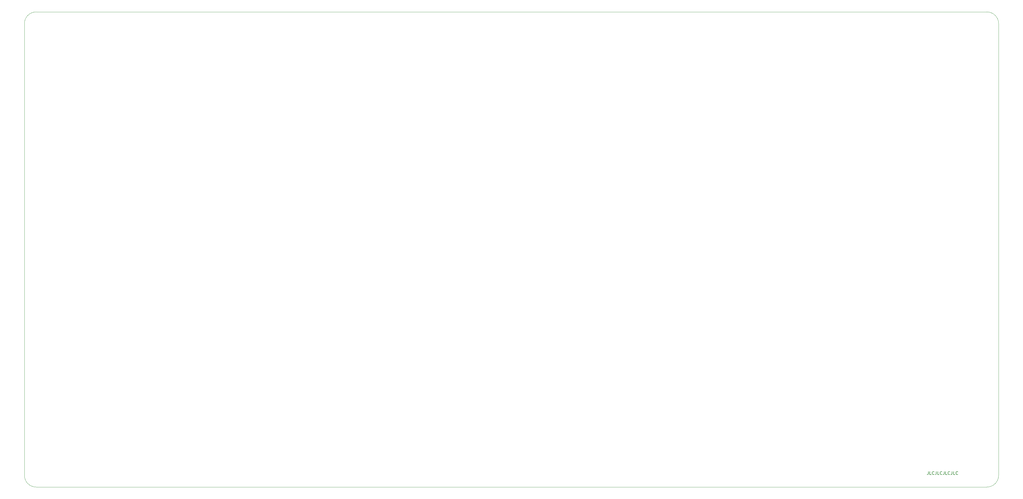
<source format=gbr>
%TF.GenerationSoftware,KiCad,Pcbnew,(5.1.10)-1*%
%TF.CreationDate,2021-06-02T05:43:55-04:00*%
%TF.ProjectId,pi75-plate-back,70693735-2d70-46c6-9174-652d6261636b,rev?*%
%TF.SameCoordinates,Original*%
%TF.FileFunction,Legend,Top*%
%TF.FilePolarity,Positive*%
%FSLAX46Y46*%
G04 Gerber Fmt 4.6, Leading zero omitted, Abs format (unit mm)*
G04 Created by KiCad (PCBNEW (5.1.10)-1) date 2021-06-02 05:43:55*
%MOMM*%
%LPD*%
G01*
G04 APERTURE LIST*
%TA.AperFunction,Profile*%
%ADD10C,0.050000*%
%TD*%
%ADD11C,0.150000*%
G04 APERTURE END LIST*
D10*
X297815000Y-5600700D02*
X-12065000Y-5600700D01*
X297815000Y-5600700D02*
G75*
G02*
X301625000Y-9410700I0J-3810000D01*
G01*
X301625000Y-156730700D02*
G75*
G02*
X297815000Y-160540700I-3810000J0D01*
G01*
X-12065000Y-160540700D02*
G75*
G02*
X-15875000Y-156730700I0J3810000D01*
G01*
X297815000Y-160540700D02*
X-12065000Y-160540700D01*
X-15875000Y-9410700D02*
X-15875000Y-156730700D01*
X-15875000Y-9410700D02*
G75*
G02*
X-12065000Y-5600700I3810000J0D01*
G01*
X301625000Y-9410700D02*
X301625000Y-156730700D01*
D11*
X278743352Y-155484580D02*
X278743352Y-156198866D01*
X278695733Y-156341723D01*
X278600495Y-156436961D01*
X278457638Y-156484580D01*
X278362400Y-156484580D01*
X279695733Y-156484580D02*
X279219542Y-156484580D01*
X279219542Y-155484580D01*
X280600495Y-156389342D02*
X280552876Y-156436961D01*
X280410019Y-156484580D01*
X280314780Y-156484580D01*
X280171923Y-156436961D01*
X280076685Y-156341723D01*
X280029066Y-156246485D01*
X279981447Y-156056009D01*
X279981447Y-155913152D01*
X280029066Y-155722676D01*
X280076685Y-155627438D01*
X280171923Y-155532200D01*
X280314780Y-155484580D01*
X280410019Y-155484580D01*
X280552876Y-155532200D01*
X280600495Y-155579819D01*
X281314780Y-155484580D02*
X281314780Y-156198866D01*
X281267161Y-156341723D01*
X281171923Y-156436961D01*
X281029066Y-156484580D01*
X280933828Y-156484580D01*
X282267161Y-156484580D02*
X281790971Y-156484580D01*
X281790971Y-155484580D01*
X283171923Y-156389342D02*
X283124304Y-156436961D01*
X282981447Y-156484580D01*
X282886209Y-156484580D01*
X282743352Y-156436961D01*
X282648114Y-156341723D01*
X282600495Y-156246485D01*
X282552876Y-156056009D01*
X282552876Y-155913152D01*
X282600495Y-155722676D01*
X282648114Y-155627438D01*
X282743352Y-155532200D01*
X282886209Y-155484580D01*
X282981447Y-155484580D01*
X283124304Y-155532200D01*
X283171923Y-155579819D01*
X283886209Y-155484580D02*
X283886209Y-156198866D01*
X283838590Y-156341723D01*
X283743352Y-156436961D01*
X283600495Y-156484580D01*
X283505257Y-156484580D01*
X284838590Y-156484580D02*
X284362400Y-156484580D01*
X284362400Y-155484580D01*
X285743352Y-156389342D02*
X285695733Y-156436961D01*
X285552876Y-156484580D01*
X285457638Y-156484580D01*
X285314780Y-156436961D01*
X285219542Y-156341723D01*
X285171923Y-156246485D01*
X285124304Y-156056009D01*
X285124304Y-155913152D01*
X285171923Y-155722676D01*
X285219542Y-155627438D01*
X285314780Y-155532200D01*
X285457638Y-155484580D01*
X285552876Y-155484580D01*
X285695733Y-155532200D01*
X285743352Y-155579819D01*
X286457638Y-155484580D02*
X286457638Y-156198866D01*
X286410019Y-156341723D01*
X286314780Y-156436961D01*
X286171923Y-156484580D01*
X286076685Y-156484580D01*
X287410019Y-156484580D02*
X286933828Y-156484580D01*
X286933828Y-155484580D01*
X288314780Y-156389342D02*
X288267161Y-156436961D01*
X288124304Y-156484580D01*
X288029066Y-156484580D01*
X287886209Y-156436961D01*
X287790971Y-156341723D01*
X287743352Y-156246485D01*
X287695733Y-156056009D01*
X287695733Y-155913152D01*
X287743352Y-155722676D01*
X287790971Y-155627438D01*
X287886209Y-155532200D01*
X288029066Y-155484580D01*
X288124304Y-155484580D01*
X288267161Y-155532200D01*
X288314780Y-155579819D01*
M02*

</source>
